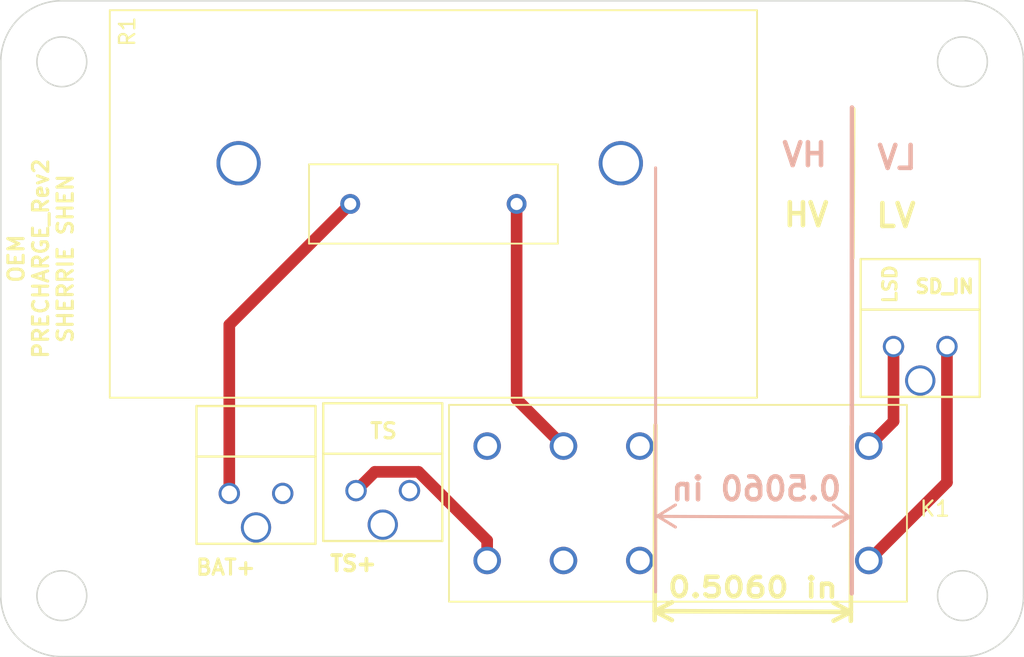
<source format=kicad_pcb>
(kicad_pcb (version 4) (host pcbnew 4.0.7-e2-6376~58~ubuntu16.04.1)

  (general
    (links 5)
    (no_connects 0)
    (area 116.502599 67.147399 183.602601 110.247401)
    (thickness 1.6)
    (drawings 32)
    (tracks 14)
    (zones 0)
    (modules 5)
    (nets 9)
  )

  (page A4)
  (layers
    (0 F.Cu signal)
    (31 B.Cu signal)
    (32 B.Adhes user)
    (33 F.Adhes user)
    (34 B.Paste user)
    (35 F.Paste user)
    (36 B.SilkS user)
    (37 F.SilkS user)
    (38 B.Mask user)
    (39 F.Mask user)
    (40 Dwgs.User user)
    (41 Cmts.User user)
    (42 Eco1.User user)
    (43 Eco2.User user)
    (44 Edge.Cuts user)
    (45 Margin user)
    (46 B.CrtYd user)
    (47 F.CrtYd user)
    (48 B.Fab user)
    (49 F.Fab user)
  )

  (setup
    (last_trace_width 0.254)
    (user_trace_width 0.254)
    (user_trace_width 0.508)
    (user_trace_width 0.762)
    (trace_clearance 0.1524)
    (zone_clearance 0.508)
    (zone_45_only no)
    (trace_min 0.254)
    (segment_width 0.2921)
    (edge_width 0.2921)
    (via_size 0.6096)
    (via_drill 0.3048)
    (via_min_size 0.6096)
    (via_min_drill 0.3048)
    (uvia_size 0.3)
    (uvia_drill 0.1)
    (uvias_allowed no)
    (uvia_min_size 0)
    (uvia_min_drill 0)
    (pcb_text_width 0.3)
    (pcb_text_size 1.5 1.5)
    (mod_edge_width 0.15)
    (mod_text_size 1 1)
    (mod_text_width 0.15)
    (pad_size 1.5 1.5)
    (pad_drill 0.6)
    (pad_to_mask_clearance 0)
    (aux_axis_origin 0 0)
    (visible_elements FFFFFF7F)
    (pcbplotparams
      (layerselection 0x010f0_80000001)
      (usegerberextensions false)
      (excludeedgelayer true)
      (linewidth 0.100000)
      (plotframeref false)
      (viasonmask false)
      (mode 1)
      (useauxorigin false)
      (hpglpennumber 1)
      (hpglpenspeed 20)
      (hpglpendiameter 15)
      (hpglpenoverlay 2)
      (psnegative false)
      (psa4output false)
      (plotreference true)
      (plotvalue true)
      (plotinvisibletext false)
      (padsonsilk true)
      (subtractmaskfromsilk false)
      (outputformat 1)
      (mirror false)
      (drillshape 0)
      (scaleselection 1)
      (outputdirectory Gerber_files_updated/))
  )

  (net 0 "")
  (net 1 "Net-(J1-Pad2)")
  (net 2 "Net-(J1-Pad1)")
  (net 3 "Net-(K1-Pad6)")
  (net 4 "Net-(K1-Pad2)")
  (net 5 Shutdown_in)
  (net 6 Low_Side_Drive)
  (net 7 "Net-(J3-Pad2)")
  (net 8 TS+)

  (net_class Default "This is the default net class."
    (clearance 0.1524)
    (trace_width 0.254)
    (via_dia 0.6096)
    (via_drill 0.3048)
    (uvia_dia 0.3)
    (uvia_drill 0.1)
    (add_net Low_Side_Drive)
    (add_net "Net-(J1-Pad1)")
    (add_net "Net-(J1-Pad2)")
    (add_net "Net-(J3-Pad2)")
    (add_net "Net-(K1-Pad2)")
    (add_net "Net-(K1-Pad6)")
    (add_net Shutdown_in)
    (add_net TS+)
  )

  (module footprints:Ultrafit_2 (layer F.Cu) (tedit 59FA73B6) (tstamp 59F7E8BC)
    (at 143.327 99.314 270)
    (path /59F7E5A0)
    (fp_text reference J3 (at -13.4672 -0.7646 270) (layer F.SilkS) hide
      (effects (font (size 1 1) (thickness 0.15)))
    )
    (fp_text value TS+ (at 4.572 0.508 360) (layer F.Fab) hide
      (effects (font (size 1 1) (thickness 0.15)))
    )
    (fp_line (start -5.588 -2.032) (end -2.54 -2.032) (layer F.Fab) (width 0.15))
    (fp_line (start -2.54 -2.032) (end -2.54 5.588) (layer F.Fab) (width 0.15))
    (fp_line (start -2.54 5.588) (end -5.588 5.588) (layer F.Fab) (width 0.15))
    (fp_line (start -5.588 5.588) (end -5.588 -2.032) (layer F.Fab) (width 0.15))
    (fp_text user "6.55mm Clearance" (at -4.07 1.75 360) (layer F.Fab) hide
      (effects (font (size 0.5 0.5) (thickness 0.08)))
    )
    (fp_line (start -2.42 -2.15) (end -5.73 -2.15) (layer F.SilkS) (width 0.15))
    (fp_line (start -5.73 -2.15) (end -5.73 5.65) (layer F.SilkS) (width 0.15))
    (fp_line (start -5.73 5.65) (end -2.42 5.65) (layer F.SilkS) (width 0.15))
    (fp_line (start -2.42 5.65) (end 3.302 5.65) (layer F.SilkS) (width 0.15))
    (fp_line (start -2.42 -2.15) (end 3.302 -2.15) (layer F.SilkS) (width 0.15))
    (fp_line (start -2.42 5.65) (end -2.42 -2.15) (layer F.SilkS) (width 0.15))
    (fp_line (start 3.302 5.65) (end 3.302 -2.15) (layer F.SilkS) (width 0.15))
    (pad 2 thru_hole circle (at 0 0 270) (size 1.397 1.397) (drill 1.02) (layers *.Cu *.Mask)
      (net 7 "Net-(J3-Pad2)"))
    (pad 1 thru_hole circle (at 0 3.5 270) (size 1.397 1.397) (drill 1.02) (layers *.Cu *.Mask)
      (net 8 TS+))
    (pad "" thru_hole circle (at 2.23 1.75 270) (size 1.981 1.981) (drill 1.6) (layers *.Cu *.Mask))
    (model /home/sherrieshen/Documents/Formula/OEM_Preferred_Parts/3DModels/Ultrafit-2/Ultrafit-2.wrl
      (at (xyz 0 0 0))
      (scale (xyz 1 1 1))
      (rotate (xyz 0 0 0))
    )
  )

  (module footprints:Relay_SPDT_OMRON-G2RL-1-E (layer F.Cu) (tedit 59F2939B) (tstamp 59F7E908)
    (at 173.416 96.393 180)
    (descr "Relay SPDT Omron Serie G6E")
    (tags "Relay SPDT Omron Serie G6E 1x um")
    (path /59F7BCE6)
    (fp_text reference K1 (at -4.334 -4.107 180) (layer F.SilkS)
      (effects (font (size 1 1) (thickness 0.15)))
    )
    (fp_text value G2RL-1-E (at 11.43 3.81 180) (layer F.Fab) hide
      (effects (font (size 1 1) (thickness 0.15)))
    )
    (fp_line (start 23 -11.43) (end 25 -11.43) (layer F.Fab) (width 0.15))
    (fp_line (start 25 -8.89) (end 25 -11.43) (layer F.Fab) (width 0.15))
    (fp_line (start 15 -11.43) (end 18.8 -11.43) (layer F.Fab) (width 0.15))
    (fp_line (start 15 -8.89) (end 15 -11.43) (layer F.Fab) (width 0.15))
    (fp_line (start 20 -8.8) (end 19 -12) (layer F.Fab) (width 0.15))
    (fp_line (start 0 -3.25) (end 0 -1.15) (layer F.Fab) (width 0.15))
    (fp_line (start 0 -6.35) (end 0 -4.25) (layer F.Fab) (width 0.15))
    (fp_line (start 1 -4.25) (end 1 -3.25) (layer F.Fab) (width 0.15))
    (fp_line (start -1 -3.25) (end 1 -3.25) (layer F.Fab) (width 0.15))
    (fp_line (start -1 -4.25) (end -1 -3.25) (layer F.Fab) (width 0.15))
    (fp_line (start -1 -4.25) (end 1 -4.25) (layer F.Fab) (width 0.15))
    (fp_line (start 15 -6.35) (end 15 -1.15) (layer F.Fab) (width 0.15))
    (fp_line (start 20 -6.35) (end 20 -1.15) (layer F.Fab) (width 0.15))
    (fp_line (start 25 -6.35) (end 25 -1.15) (layer F.Fab) (width 0.15))
    (fp_line (start -2.5 -10.2) (end 27.5 -10.2) (layer F.SilkS) (width 0.12))
    (fp_line (start 27.5 -10.2) (end 27.5 2.7) (layer F.SilkS) (width 0.12))
    (fp_line (start -2.5 2.7) (end 27.5 2.7) (layer F.SilkS) (width 0.12))
    (fp_line (start -2.5 -10.2) (end -2.5 2.7) (layer F.SilkS) (width 0.12))
    (fp_line (start -2.3 2.5) (end 27.3 2.5) (layer F.Fab) (width 0.12))
    (fp_line (start 27.3 2.5) (end 27.3 -10) (layer F.Fab) (width 0.12))
    (fp_line (start -2.3 -10) (end 27.3 -10) (layer F.Fab) (width 0.12))
    (fp_line (start -2.3 -10) (end -2.3 2.5) (layer F.Fab) (width 0.12))
    (fp_line (start -2.7 -10.4) (end 27.7 -10.4) (layer F.CrtYd) (width 0.05))
    (fp_line (start -2.7 -10.4) (end -2.7 2.9) (layer F.CrtYd) (width 0.05))
    (fp_line (start 27.7 -10.4) (end 27.7 2.9) (layer F.CrtYd) (width 0.05))
    (fp_line (start -2.7 2.9) (end 27.7 2.9) (layer F.CrtYd) (width 0.05))
    (pad 3 thru_hole circle (at 20 -7.5 180) (size 1.8 1.8) (drill 1.3) (layers *.Cu *.Mask))
    (pad 6 thru_hole circle (at 20 0 180) (size 1.8 1.8) (drill 1.3) (layers *.Cu *.Mask)
      (net 3 "Net-(K1-Pad6)"))
    (pad 7 thru_hole circle (at 15 0 180) (size 1.8 1.8) (drill 1.3) (layers *.Cu *.Mask))
    (pad 8 thru_hole circle (at 0 0 180) (size 1.8 1.8) (drill 1.3) (layers *.Cu *.Mask)
      (net 6 Low_Side_Drive))
    (pad 1 thru_hole circle (at 0 -7.5 180) (size 1.8 1.8) (drill 1.3) (layers *.Cu *.Mask)
      (net 5 Shutdown_in))
    (pad 2 thru_hole circle (at 15 -7.5 180) (size 1.8 1.8) (drill 1.3) (layers *.Cu *.Mask)
      (net 4 "Net-(K1-Pad2)"))
    (pad 5 thru_hole circle (at 25 0 180) (size 1.8 1.8) (drill 1.3) (layers *.Cu *.Mask))
    (pad 4 thru_hole circle (at 25 -7.5 180) (size 1.8 1.8) (drill 1.3) (layers *.Cu *.Mask)
      (net 8 TS+))
    (model "/home/sherrieshen/Documents/Formula/OEM_Preferred_Parts/3DModels/relay_G2RL-1-E/Part 2.wrl"
      (at (xyz 0 0 0))
      (scale (xyz 1 1 1))
      (rotate (xyz 0 0 0))
    )
  )

  (module footprints:Ultrafit_2 (layer F.Cu) (tedit 59F8E757) (tstamp 59F7E896)
    (at 135.0238 99.497 270)
    (path /59F2943A)
    (fp_text reference J1 (at -4.12 -1.044 360) (layer F.SilkS) hide
      (effects (font (size 1 1) (thickness 0.15)))
    )
    (fp_text value BAT+ (at 4.572 0.508 360) (layer F.Fab) hide
      (effects (font (size 1 1) (thickness 0.15)))
    )
    (fp_line (start -5.588 -2.032) (end -2.54 -2.032) (layer F.Fab) (width 0.15))
    (fp_line (start -2.54 -2.032) (end -2.54 5.588) (layer F.Fab) (width 0.15))
    (fp_line (start -2.54 5.588) (end -5.588 5.588) (layer F.Fab) (width 0.15))
    (fp_line (start -5.588 5.588) (end -5.588 -2.032) (layer F.Fab) (width 0.15))
    (fp_text user "6.55mm Clearance" (at -4.07 1.75 360) (layer F.Fab) hide
      (effects (font (size 0.5 0.5) (thickness 0.08)))
    )
    (fp_line (start -2.42 -2.15) (end -5.73 -2.15) (layer F.SilkS) (width 0.15))
    (fp_line (start -5.73 -2.15) (end -5.73 5.65) (layer F.SilkS) (width 0.15))
    (fp_line (start -5.73 5.65) (end -2.42 5.65) (layer F.SilkS) (width 0.15))
    (fp_line (start -2.42 5.65) (end 3.302 5.65) (layer F.SilkS) (width 0.15))
    (fp_line (start -2.42 -2.15) (end 3.302 -2.15) (layer F.SilkS) (width 0.15))
    (fp_line (start -2.42 5.65) (end -2.42 -2.15) (layer F.SilkS) (width 0.15))
    (fp_line (start 3.302 5.65) (end 3.302 -2.15) (layer F.SilkS) (width 0.15))
    (pad 2 thru_hole circle (at 0 0 270) (size 1.397 1.397) (drill 1.02) (layers *.Cu *.Mask)
      (net 1 "Net-(J1-Pad2)"))
    (pad 1 thru_hole circle (at 0 3.5 270) (size 1.397 1.397) (drill 1.02) (layers *.Cu *.Mask)
      (net 2 "Net-(J1-Pad1)"))
    (pad "" thru_hole circle (at 2.23 1.75 270) (size 1.981 1.981) (drill 1.6) (layers *.Cu *.Mask))
    (model /home/sherrieshen/Documents/Formula/OEM_Preferred_Parts/3DModels/Ultrafit-2/Ultrafit-2.wrl
      (at (xyz 0 0 0))
      (scale (xyz 1 1 1))
      (rotate (xyz 0 0 0))
    )
  )

  (module footprints:Ultrafit_2 (layer F.Cu) (tedit 59F934F3) (tstamp 59F7E8A9)
    (at 178.5366 89.8652 270)
    (path /59F29554)
    (fp_text reference J2 (at 9.0678 0.5917 270) (layer F.SilkS) hide
      (effects (font (size 1 1) (thickness 0.15)))
    )
    (fp_text value Shutdown_LSD (at 4.572 0.508 360) (layer F.Fab) hide
      (effects (font (size 1 1) (thickness 0.15)))
    )
    (fp_line (start -5.588 -2.032) (end -2.54 -2.032) (layer F.Fab) (width 0.15))
    (fp_line (start -2.54 -2.032) (end -2.54 5.588) (layer F.Fab) (width 0.15))
    (fp_line (start -2.54 5.588) (end -5.588 5.588) (layer F.Fab) (width 0.15))
    (fp_line (start -5.588 5.588) (end -5.588 -2.032) (layer F.Fab) (width 0.15))
    (fp_text user "6.55mm Clearance" (at -4.07 1.75 360) (layer F.Fab) hide
      (effects (font (size 0.5 0.5) (thickness 0.08)))
    )
    (fp_line (start -2.42 -2.15) (end -5.73 -2.15) (layer F.SilkS) (width 0.15))
    (fp_line (start -5.73 -2.15) (end -5.73 5.65) (layer F.SilkS) (width 0.15))
    (fp_line (start -5.73 5.65) (end -2.42 5.65) (layer F.SilkS) (width 0.15))
    (fp_line (start -2.42 5.65) (end 3.302 5.65) (layer F.SilkS) (width 0.15))
    (fp_line (start -2.42 -2.15) (end 3.302 -2.15) (layer F.SilkS) (width 0.15))
    (fp_line (start -2.42 5.65) (end -2.42 -2.15) (layer F.SilkS) (width 0.15))
    (fp_line (start 3.302 5.65) (end 3.302 -2.15) (layer F.SilkS) (width 0.15))
    (pad 2 thru_hole circle (at 0 0 270) (size 1.397 1.397) (drill 1.02) (layers *.Cu *.Mask)
      (net 5 Shutdown_in))
    (pad 1 thru_hole circle (at 0 3.5 270) (size 1.397 1.397) (drill 1.02) (layers *.Cu *.Mask)
      (net 6 Low_Side_Drive))
    (pad "" thru_hole circle (at 2.23 1.75 270) (size 1.981 1.981) (drill 1.6) (layers *.Cu *.Mask))
    (model /home/sherrieshen/Documents/Formula/OEM_Preferred_Parts/3DModels/Ultrafit-2/Ultrafit-2.wrl
      (at (xyz 0 0 0))
      (scale (xyz 1 1 1))
      (rotate (xyz 0 0 0))
    )
  )

  (module footprints:R_3k_HS_TO247 (layer F.Cu) (tedit 5A6A93FF) (tstamp 5A768ED7)
    (at 139.446 80.518)
    (descr "Resistor, Radial_Power series, Radial, pin pitch=5.00mm, 2W, length*width=11*7mm^2, http://www.vishay.com/docs/30218/cpcx.pdf")
    (tags "Resistor Radial_Power series Radial pin pitch 5.00mm 2W length 11mm width 7mm")
    (path /5A792106)
    (fp_text reference R1 (at -14.605 -11.303 90) (layer F.SilkS)
      (effects (font (size 1 1) (thickness 0.15)))
    )
    (fp_text value R_1k_HS (at 5.08 5.08) (layer F.Fab) hide
      (effects (font (size 1 1) (thickness 0.15)))
    )
    (fp_line (start -2.55 2.4) (end -2.55 -2.4) (layer F.Fab) (width 0.1))
    (fp_line (start -2.55 2.4) (end 13.45 2.4) (layer F.Fab) (width 0.1))
    (fp_line (start 13.45 2.4) (end 13.45 -2.4) (layer F.Fab) (width 0.1))
    (fp_line (start -2.55 -2.4) (end 13.45 -2.4) (layer F.Fab) (width 0.1))
    (fp_line (start -2.7 -2.6) (end 13.6 -2.6) (layer F.SilkS) (width 0.12))
    (fp_line (start -15.75 -12.7) (end 26.65 -12.7) (layer F.SilkS) (width 0.12))
    (fp_line (start -2.7 -2.6) (end -2.7 2.6) (layer F.SilkS) (width 0.12))
    (fp_line (start 13.6 -2.6) (end 13.6 2.6) (layer F.SilkS) (width 0.12))
    (fp_line (start -2.8 -2.7) (end -2.8 2.7) (layer F.CrtYd) (width 0.05))
    (fp_line (start 13.7 2.7) (end -2.8 2.7) (layer F.CrtYd) (width 0.05))
    (fp_line (start 13.7 2.7) (end 13.7 -2.7) (layer F.CrtYd) (width 0.05))
    (fp_line (start -2.8 -2.7) (end 13.7 -2.7) (layer F.CrtYd) (width 0.05))
    (fp_line (start -15.55 12.5) (end 26.45 12.5) (layer F.Fab) (width 0.1))
    (fp_line (start -15.55 -12.5) (end 26.45 -12.5) (layer F.Fab) (width 0.1))
    (fp_line (start -15.55 12.5) (end -15.55 -12.5) (layer F.Fab) (width 0.1))
    (fp_line (start 26.45 12.5) (end 26.45 -12.5) (layer F.Fab) (width 0.1))
    (fp_line (start -2.7 2.6) (end 13.6 2.6) (layer F.SilkS) (width 0.12))
    (fp_line (start -15.75 12.7) (end 26.65 12.7) (layer F.SilkS) (width 0.12))
    (fp_line (start 26.65 12.7) (end 26.65 -12.7) (layer F.SilkS) (width 0.12))
    (fp_line (start -15.75 12.7) (end -15.75 -12.7) (layer F.SilkS) (width 0.12))
    (fp_line (start -15.85 12.8) (end 26.75 12.8) (layer F.CrtYd) (width 0.05))
    (fp_line (start -15.85 -12.8) (end 26.75 -12.8) (layer F.CrtYd) (width 0.05))
    (fp_line (start -15.85 -12.8) (end -15.85 12.8) (layer F.CrtYd) (width 0.05))
    (fp_line (start 26.75 12.8) (end 26.75 -12.8) (layer F.CrtYd) (width 0.05))
    (pad 1 thru_hole circle (at 0 0) (size 1.3 1.3) (drill 0.8) (layers *.Cu *.Mask)
      (net 2 "Net-(J1-Pad1)"))
    (pad 2 thru_hole circle (at 10.9 0) (size 1.3 1.3) (drill 0.8) (layers *.Cu *.Mask)
      (net 3 "Net-(K1-Pad6)"))
    (pad 4 thru_hole circle (at -7.313 -2.67) (size 2.9 2.9) (drill 2.4) (layers *.Cu *.Mask))
    (pad 5 thru_hole circle (at 17.727 -2.67) (size 2.9 2.9) (drill 2.4) (layers *.Cu *.Mask))
    (model /home/william/Desktop/Formula/OEM_Preferred_Parts/3DModels/R_3K_heatsink/RA-T2X-51E_sp.wrl
      (at (xyz 0 0 0))
      (scale (xyz 1 1 1))
      (rotate (xyz 0 0 0))
    )
    (model "/home/william/Desktop/Formula/OEM_Preferred_Parts/3DModels/AP101_3k_resistor/TIP 144_sp.wrl"
      (at (xyz 0 0 0))
      (scale (xyz 1 1 1))
      (rotate (xyz 0 0 0))
    )
  )

  (gr_circle (center 120.5526 71.1974) (end 122.18455 71.1974) (layer Edge.Cuts) (width 0.1))
  (gr_line (start 183.5526 71.1974) (end 183.5526 106.1974) (layer Edge.Cuts) (width 0.1))
  (gr_line (start 179.5526 67.1974) (end 120.5526 67.1974) (layer Edge.Cuts) (width 0.1))
  (gr_circle (center 120.5526 106.1974) (end 122.18455 106.1974) (layer Edge.Cuts) (width 0.1))
  (gr_arc (start 120.5526 71.1974) (end 120.5526 67.1974) (angle -90) (layer Edge.Cuts) (width 0.1))
  (gr_arc (start 179.5526 71.1974) (end 183.5526 71.1974) (angle -90) (layer Edge.Cuts) (width 0.1))
  (gr_circle (center 179.5526 106.1974) (end 181.18455 106.1974) (layer Edge.Cuts) (width 0.1))
  (gr_arc (start 120.5526 106.1974) (end 116.5526 106.1974) (angle -90) (layer Edge.Cuts) (width 0.1))
  (gr_line (start 179.5526 110.1974) (end 120.5526 110.1974) (layer Edge.Cuts) (width 0.1))
  (gr_line (start 116.5526 71.1974) (end 116.5526 106.1974) (layer Edge.Cuts) (width 0.1))
  (gr_circle (center 179.5526 71.1974) (end 181.18455 71.1974) (layer Edge.Cuts) (width 0.1))
  (gr_arc (start 179.5526 106.1974) (end 179.5526 110.1974) (angle -90) (layer Edge.Cuts) (width 0.1))
  (gr_text SD_IN (at 178.3842 85.9282) (layer F.SilkS)
    (effects (font (size 0.889 0.889) (thickness 0.22225)))
  )
  (gr_text LSD (at 174.8028 85.7758 90) (layer F.SilkS)
    (effects (font (size 0.889 0.889) (thickness 0.1905)))
  )
  (gr_text TS+ (at 139.6492 104.0892) (layer F.SilkS)
    (effects (font (size 1 1) (thickness 0.25)))
  )
  (gr_text LV (at 175.26 77.47) (layer B.SilkS)
    (effects (font (size 1.5 1.5) (thickness 0.3)) (justify mirror))
  )
  (gr_text HV (at 169.2148 77.2922) (layer B.SilkS)
    (effects (font (size 1.5 1.5) (thickness 0.3)) (justify mirror))
  )
  (gr_line (start 172.4 74.3) (end 172.35 84.05) (layer F.SilkS) (width 0.2921))
  (gr_text LV (at 175.2 81.28) (layer F.SilkS)
    (effects (font (size 1.5 1.5) (thickness 0.3)))
  )
  (gr_text HV (at 169.3164 81.2292) (layer F.SilkS)
    (effects (font (size 1.5 1.5) (thickness 0.3)))
  )
  (gr_line (start 159.45 78.15) (end 159.45 105.95) (layer B.SilkS) (width 0.2) (tstamp 59FBBDF2))
  (gr_text "0.5060 in" (at 166.05 99.2) (layer B.SilkS)
    (effects (font (size 1.5 1.5) (thickness 0.3)) (justify mirror))
  )
  (gr_line (start 159.6 101) (end 160.75 101.7) (layer B.SilkS) (width 0.2))
  (gr_line (start 159.55 101) (end 160.75 100.25) (layer B.SilkS) (width 0.2))
  (gr_line (start 172.15 101.05) (end 171.1 101.65) (layer B.SilkS) (width 0.2))
  (gr_line (start 172.15 101.05) (end 171.1 100.25) (layer B.SilkS) (width 0.2))
  (gr_line (start 159.6 101) (end 172.15 101.05) (layer B.SilkS) (width 0.2))
  (gr_line (start 172.3136 74.1934) (end 172.3 106.05) (layer B.SilkS) (width 0.2921) (tstamp 59FBBBB3))
  (dimension 12.8525 (width 0.3) (layer F.SilkS)
    (gr_text "0.5060 in" (at 165.811402 108.58882 359.7735356) (layer F.SilkS) (tstamp 5A767D2C)
      (effects (font (size 1.27 1.5) (thickness 0.3)))
    )
    (feature1 (pts (xy 172.291093 95.081002) (xy 172.232266 109.96421)))
    (feature2 (pts (xy 159.438693 95.030202) (xy 159.379866 109.91341)))
    (crossbar (pts (xy 159.390538 107.213431) (xy 172.242938 107.264231)))
    (arrow1a (pts (xy 172.242938 107.264231) (xy 171.114125 107.846195)))
    (arrow1b (pts (xy 172.242938 107.264231) (xy 171.118761 106.673362)))
    (arrow2a (pts (xy 159.390538 107.213431) (xy 160.514715 107.8043)))
    (arrow2b (pts (xy 159.390538 107.213431) (xy 160.519351 106.631467)))
  )
  (gr_text BAT+ (at 131.2926 104.3432) (layer F.SilkS)
    (effects (font (size 1 1) (thickness 0.2)))
  )
  (gr_text "TS\n" (at 141.6304 95.4024) (layer F.SilkS)
    (effects (font (size 1 1) (thickness 0.2)))
  )
  (gr_text "OEM\nPRECHARGE_Rev2\nSHERRIE SHEN" (at 119.1768 84.0994 90) (layer F.SilkS)
    (effects (font (size 1 1) (thickness 0.2)))
  )

  (segment (start 131.5238 99.497) (end 131.5238 88.4402) (width 0.762) (layer F.Cu) (net 2))
  (segment (start 131.5238 88.4402) (end 139.446 80.518) (width 0.762) (layer F.Cu) (net 2))
  (segment (start 150.346 80.518) (end 150.346 93.323) (width 0.762) (layer F.Cu) (net 3))
  (segment (start 150.346 93.323) (end 153.416 96.393) (width 0.762) (layer F.Cu) (net 3))
  (segment (start 173.416 103.893) (end 178.5366 98.7724) (width 0.762) (layer F.Cu) (net 5))
  (segment (start 178.5366 98.7724) (end 178.5366 89.8652) (width 0.762) (layer F.Cu) (net 5))
  (segment (start 175.0366 89.8652) (end 175.0366 94.7724) (width 0.762) (layer F.Cu) (net 6))
  (segment (start 175.0366 94.7724) (end 173.416 96.393) (width 0.762) (layer F.Cu) (net 6))
  (segment (start 173.482 96.327) (end 173.416 96.393) (width 0.762) (layer F.Cu) (net 6))
  (segment (start 139.827 99.314) (end 141.058901 98.082099) (width 0.762) (layer F.Cu) (net 8))
  (segment (start 141.058901 98.082099) (end 143.918313 98.082099) (width 0.762) (layer F.Cu) (net 8))
  (segment (start 143.918313 98.082099) (end 148.416 102.579786) (width 0.762) (layer F.Cu) (net 8))
  (segment (start 148.416 102.579786) (end 148.416 102.620208) (width 0.762) (layer F.Cu) (net 8))
  (segment (start 148.416 102.620208) (end 148.416 103.893) (width 0.762) (layer F.Cu) (net 8))

)

</source>
